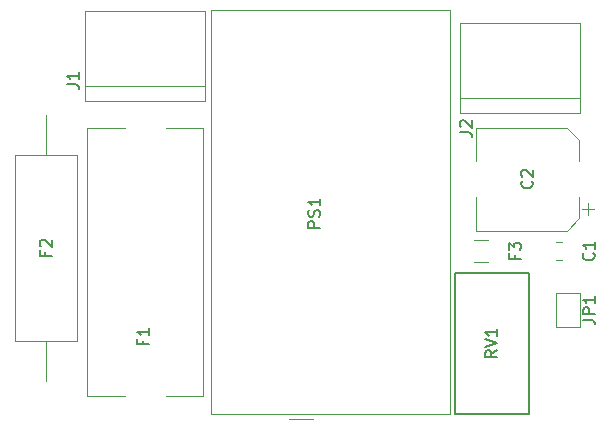
<source format=gto>
G04 #@! TF.GenerationSoftware,KiCad,Pcbnew,5.1.12-84ad8e8a86~92~ubuntu20.04.1*
G04 #@! TF.CreationDate,2022-01-09T16:30:32+01:00*
G04 #@! TF.ProjectId,hlk-pm-pcb,686c6b2d-706d-42d7-9063-622e6b696361,1.0*
G04 #@! TF.SameCoordinates,Original*
G04 #@! TF.FileFunction,Legend,Top*
G04 #@! TF.FilePolarity,Positive*
%FSLAX46Y46*%
G04 Gerber Fmt 4.6, Leading zero omitted, Abs format (unit mm)*
G04 Created by KiCad (PCBNEW 5.1.12-84ad8e8a86~92~ubuntu20.04.1) date 2022-01-09 16:30:32*
%MOMM*%
%LPD*%
G01*
G04 APERTURE LIST*
%ADD10C,0.120000*%
%ADD11C,0.150000*%
G04 APERTURE END LIST*
D10*
X134604000Y-78774000D02*
X134604000Y-81574000D01*
X134604000Y-81574000D02*
X132604000Y-81574000D01*
X132604000Y-81574000D02*
X132604000Y-78774000D01*
X132604000Y-78774000D02*
X134604000Y-78774000D01*
X126840064Y-74274000D02*
X125635936Y-74274000D01*
X126840064Y-76094000D02*
X125635936Y-76094000D01*
X89408000Y-86190000D02*
X89408000Y-82800000D01*
X89408000Y-63670000D02*
X89408000Y-67060000D01*
X92028000Y-82800000D02*
X92028000Y-67060000D01*
X86788000Y-82800000D02*
X92028000Y-82800000D01*
X86788000Y-67060000D02*
X86788000Y-82800000D01*
X92028000Y-67060000D02*
X86788000Y-67060000D01*
D11*
X124051000Y-76998000D02*
X124051000Y-88998000D01*
X130251000Y-76998000D02*
X130251000Y-88998000D01*
X130251000Y-88998000D02*
X124051000Y-88998000D01*
X130251000Y-76998000D02*
X124051000Y-76998000D01*
D10*
X103398000Y-89014000D02*
X123598000Y-89014000D01*
X123598000Y-89014000D02*
X123598000Y-54814000D01*
X123598000Y-54814000D02*
X103398000Y-54814000D01*
X103398000Y-54814000D02*
X103398000Y-89014000D01*
X109998000Y-89404000D02*
X112008000Y-89404000D01*
X134620000Y-62230000D02*
X124460000Y-62230000D01*
X134620000Y-63500000D02*
X134620000Y-55880000D01*
X134620000Y-55880000D02*
X124460000Y-55880000D01*
X124460000Y-55880000D02*
X124460000Y-63500000D01*
X124460000Y-63500000D02*
X134620000Y-63500000D01*
X102870000Y-61214000D02*
X92710000Y-61214000D01*
X102870000Y-62484000D02*
X102870000Y-54864000D01*
X102870000Y-54864000D02*
X92710000Y-54864000D01*
X92710000Y-54864000D02*
X92710000Y-62484000D01*
X92710000Y-62484000D02*
X102870000Y-62484000D01*
X102700000Y-64766000D02*
X99540000Y-64766000D01*
X96040000Y-64766000D02*
X92880000Y-64766000D01*
X96040000Y-87486000D02*
X92880000Y-87486000D01*
X92880000Y-87486000D02*
X92880000Y-64766000D01*
X102700000Y-87486000D02*
X102700000Y-64766000D01*
X102700000Y-87486000D02*
X99540000Y-87486000D01*
X125815000Y-64728000D02*
X125815000Y-67578000D01*
X125815000Y-73448000D02*
X125815000Y-70598000D01*
X133470563Y-73448000D02*
X125815000Y-73448000D01*
X133470563Y-64728000D02*
X125815000Y-64728000D01*
X134535000Y-65792437D02*
X134535000Y-67578000D01*
X134535000Y-72383563D02*
X134535000Y-70598000D01*
X134535000Y-72383563D02*
X133470563Y-73448000D01*
X134535000Y-65792437D02*
X133470563Y-64728000D01*
X135775000Y-71598000D02*
X134775000Y-71598000D01*
X135275000Y-72098000D02*
X135275000Y-71098000D01*
X133103252Y-75919000D02*
X132580748Y-75919000D01*
X133103252Y-74449000D02*
X132580748Y-74449000D01*
D11*
X134856380Y-81007333D02*
X135570666Y-81007333D01*
X135713523Y-81054952D01*
X135808761Y-81150190D01*
X135856380Y-81293047D01*
X135856380Y-81388285D01*
X135856380Y-80531142D02*
X134856380Y-80531142D01*
X134856380Y-80150190D01*
X134904000Y-80054952D01*
X134951619Y-80007333D01*
X135046857Y-79959714D01*
X135189714Y-79959714D01*
X135284952Y-80007333D01*
X135332571Y-80054952D01*
X135380190Y-80150190D01*
X135380190Y-80531142D01*
X135856380Y-79007333D02*
X135856380Y-79578761D01*
X135856380Y-79293047D02*
X134856380Y-79293047D01*
X134999238Y-79388285D01*
X135094476Y-79483523D01*
X135142095Y-79578761D01*
X129087571Y-75517333D02*
X129087571Y-75850666D01*
X129611380Y-75850666D02*
X128611380Y-75850666D01*
X128611380Y-75374476D01*
X128611380Y-75088761D02*
X128611380Y-74469714D01*
X128992333Y-74803047D01*
X128992333Y-74660190D01*
X129039952Y-74564952D01*
X129087571Y-74517333D01*
X129182809Y-74469714D01*
X129420904Y-74469714D01*
X129516142Y-74517333D01*
X129563761Y-74564952D01*
X129611380Y-74660190D01*
X129611380Y-74945904D01*
X129563761Y-75041142D01*
X129516142Y-75088761D01*
X89336571Y-75263333D02*
X89336571Y-75596666D01*
X89860380Y-75596666D02*
X88860380Y-75596666D01*
X88860380Y-75120476D01*
X88955619Y-74787142D02*
X88908000Y-74739523D01*
X88860380Y-74644285D01*
X88860380Y-74406190D01*
X88908000Y-74310952D01*
X88955619Y-74263333D01*
X89050857Y-74215714D01*
X89146095Y-74215714D01*
X89288952Y-74263333D01*
X89860380Y-74834761D01*
X89860380Y-74215714D01*
X127579380Y-83593238D02*
X127103190Y-83926571D01*
X127579380Y-84164666D02*
X126579380Y-84164666D01*
X126579380Y-83783714D01*
X126627000Y-83688476D01*
X126674619Y-83640857D01*
X126769857Y-83593238D01*
X126912714Y-83593238D01*
X127007952Y-83640857D01*
X127055571Y-83688476D01*
X127103190Y-83783714D01*
X127103190Y-84164666D01*
X126579380Y-83307523D02*
X127579380Y-82974190D01*
X126579380Y-82640857D01*
X127579380Y-81783714D02*
X127579380Y-82355142D01*
X127579380Y-82069428D02*
X126579380Y-82069428D01*
X126722238Y-82164666D01*
X126817476Y-82259904D01*
X126865095Y-82355142D01*
X112593380Y-73223285D02*
X111593380Y-73223285D01*
X111593380Y-72842333D01*
X111641000Y-72747095D01*
X111688619Y-72699476D01*
X111783857Y-72651857D01*
X111926714Y-72651857D01*
X112021952Y-72699476D01*
X112069571Y-72747095D01*
X112117190Y-72842333D01*
X112117190Y-73223285D01*
X112545761Y-72270904D02*
X112593380Y-72128047D01*
X112593380Y-71889952D01*
X112545761Y-71794714D01*
X112498142Y-71747095D01*
X112402904Y-71699476D01*
X112307666Y-71699476D01*
X112212428Y-71747095D01*
X112164809Y-71794714D01*
X112117190Y-71889952D01*
X112069571Y-72080428D01*
X112021952Y-72175666D01*
X111974333Y-72223285D01*
X111879095Y-72270904D01*
X111783857Y-72270904D01*
X111688619Y-72223285D01*
X111641000Y-72175666D01*
X111593380Y-72080428D01*
X111593380Y-71842333D01*
X111641000Y-71699476D01*
X112593380Y-70747095D02*
X112593380Y-71318523D01*
X112593380Y-71032809D02*
X111593380Y-71032809D01*
X111736238Y-71128047D01*
X111831476Y-71223285D01*
X111879095Y-71318523D01*
X124420380Y-65103333D02*
X125134666Y-65103333D01*
X125277523Y-65150952D01*
X125372761Y-65246190D01*
X125420380Y-65389047D01*
X125420380Y-65484285D01*
X124515619Y-64674761D02*
X124468000Y-64627142D01*
X124420380Y-64531904D01*
X124420380Y-64293809D01*
X124468000Y-64198571D01*
X124515619Y-64150952D01*
X124610857Y-64103333D01*
X124706095Y-64103333D01*
X124848952Y-64150952D01*
X125420380Y-64722380D01*
X125420380Y-64103333D01*
X91146380Y-61039333D02*
X91860666Y-61039333D01*
X92003523Y-61086952D01*
X92098761Y-61182190D01*
X92146380Y-61325047D01*
X92146380Y-61420285D01*
X92146380Y-60039333D02*
X92146380Y-60610761D01*
X92146380Y-60325047D02*
X91146380Y-60325047D01*
X91289238Y-60420285D01*
X91384476Y-60515523D01*
X91432095Y-60610761D01*
X97591571Y-82756333D02*
X97591571Y-83089666D01*
X98115380Y-83089666D02*
X97115380Y-83089666D01*
X97115380Y-82613476D01*
X98115380Y-81708714D02*
X98115380Y-82280142D01*
X98115380Y-81994428D02*
X97115380Y-81994428D01*
X97258238Y-82089666D01*
X97353476Y-82184904D01*
X97401095Y-82280142D01*
X130532142Y-69254666D02*
X130579761Y-69302285D01*
X130627380Y-69445142D01*
X130627380Y-69540380D01*
X130579761Y-69683238D01*
X130484523Y-69778476D01*
X130389285Y-69826095D01*
X130198809Y-69873714D01*
X130055952Y-69873714D01*
X129865476Y-69826095D01*
X129770238Y-69778476D01*
X129675000Y-69683238D01*
X129627380Y-69540380D01*
X129627380Y-69445142D01*
X129675000Y-69302285D01*
X129722619Y-69254666D01*
X129722619Y-68873714D02*
X129675000Y-68826095D01*
X129627380Y-68730857D01*
X129627380Y-68492761D01*
X129675000Y-68397523D01*
X129722619Y-68349904D01*
X129817857Y-68302285D01*
X129913095Y-68302285D01*
X130055952Y-68349904D01*
X130627380Y-68921333D01*
X130627380Y-68302285D01*
X135739142Y-75350666D02*
X135786761Y-75398285D01*
X135834380Y-75541142D01*
X135834380Y-75636380D01*
X135786761Y-75779238D01*
X135691523Y-75874476D01*
X135596285Y-75922095D01*
X135405809Y-75969714D01*
X135262952Y-75969714D01*
X135072476Y-75922095D01*
X134977238Y-75874476D01*
X134882000Y-75779238D01*
X134834380Y-75636380D01*
X134834380Y-75541142D01*
X134882000Y-75398285D01*
X134929619Y-75350666D01*
X135834380Y-74398285D02*
X135834380Y-74969714D01*
X135834380Y-74684000D02*
X134834380Y-74684000D01*
X134977238Y-74779238D01*
X135072476Y-74874476D01*
X135120095Y-74969714D01*
M02*

</source>
